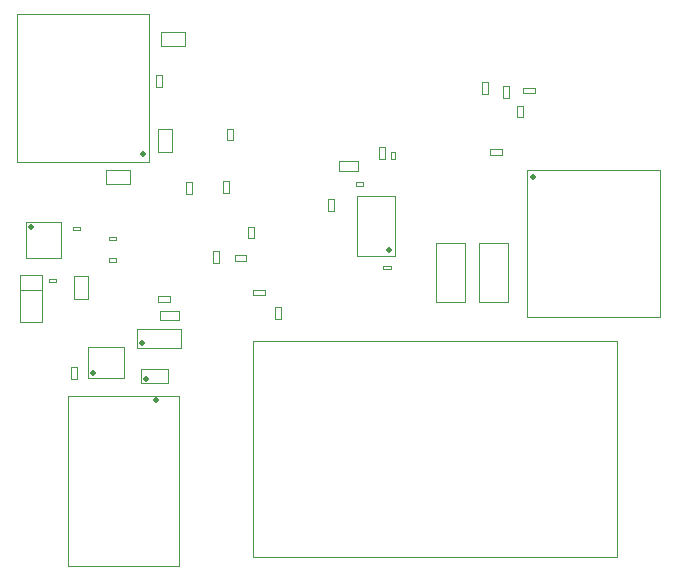
<source format=gm1>
G04 Layer_Color=16711935*
%FSLAX43Y43*%
%MOMM*%
G71*
G01*
G75*
%ADD44C,0.500*%
%ADD46C,0.100*%
D44*
X43950Y32675D02*
D03*
X10925Y34650D02*
D03*
X31750Y26550D02*
D03*
X1400Y28450D02*
D03*
X10875Y18625D02*
D03*
X6650Y16100D02*
D03*
X11175Y15625D02*
D03*
X12000Y13800D02*
D03*
D46*
X41875Y39375D02*
Y40375D01*
X41375Y39375D02*
Y40375D01*
X41875D01*
X41375Y39375D02*
X41875D01*
X43075Y39775D02*
X44075D01*
X43075Y40275D02*
X44075D01*
Y39775D02*
Y40275D01*
X43075Y39775D02*
Y40275D01*
X39625Y39750D02*
Y40750D01*
X40125Y39750D02*
Y40750D01*
X39625Y39750D02*
X40125D01*
X39625Y40750D02*
X40125D01*
X43075Y37750D02*
Y38750D01*
X42575Y37750D02*
Y38750D01*
X43075D01*
X42575Y37750D02*
X43075D01*
X40325Y35075D02*
X41325D01*
X40325Y34575D02*
X41325D01*
X40325D02*
Y35075D01*
X41325Y34575D02*
Y35075D01*
X39350Y22125D02*
X41850D01*
Y27125D01*
X39350D02*
X41850D01*
X39350Y22125D02*
Y27125D01*
X35700Y22150D02*
X38200D01*
Y27150D01*
X35700D02*
X38200D01*
X35700Y22150D02*
Y27150D01*
X54650Y20825D02*
Y33325D01*
X43450Y20825D02*
Y33325D01*
Y20825D02*
X54650D01*
X43450Y33325D02*
X54650D01*
X12000Y40300D02*
Y41300D01*
X12500Y40300D02*
Y41300D01*
X12000Y40300D02*
X12500D01*
X12000Y41300D02*
X12500D01*
X12150Y36774D02*
X13350D01*
X12150Y34775D02*
X13350D01*
Y36774D01*
X12150Y34775D02*
Y36774D01*
X7801Y32100D02*
Y33300D01*
X9800Y32100D02*
Y33300D01*
X7801D02*
X9800D01*
X7801Y32100D02*
X9800D01*
X225Y34000D02*
Y46500D01*
X11425Y34000D02*
Y46500D01*
X225D02*
X11425D01*
X225Y34000D02*
X11425D01*
X31950Y34200D02*
Y34800D01*
X32250Y34200D02*
Y34800D01*
X31950Y34200D02*
X32250D01*
X31950Y34800D02*
X32250D01*
X31425Y34225D02*
Y35225D01*
X30925Y34225D02*
Y35225D01*
X31425D01*
X30925Y34225D02*
X31425D01*
X27525Y34050D02*
X29125D01*
X27525Y33250D02*
X29125D01*
X27525D02*
Y34050D01*
X29125Y33250D02*
Y34050D01*
X28975Y32250D02*
X29575D01*
X28975Y31950D02*
X29575D01*
X28975D02*
Y32250D01*
X29575Y31950D02*
Y32250D01*
X29063Y26050D02*
X32237D01*
Y31050D01*
X29063D02*
X32237D01*
X29063Y26050D02*
Y31050D01*
X31275Y25175D02*
X31875D01*
X31275Y24875D02*
X31875D01*
X31275D02*
Y25175D01*
X31875Y24875D02*
Y25175D01*
X15100Y31300D02*
Y32300D01*
X14600Y31300D02*
Y32300D01*
X15100D01*
X14600Y31300D02*
X15100D01*
X26575Y29850D02*
Y30850D01*
X27075Y29850D02*
Y30850D01*
X26575Y29850D02*
X27075D01*
X26575Y30850D02*
X27075D01*
X18500Y35800D02*
Y36800D01*
X18000Y35800D02*
Y36800D01*
X18500D01*
X18000Y35800D02*
X18500D01*
X18175Y31375D02*
Y32375D01*
X17675Y31375D02*
Y32375D01*
X18175D01*
X17675Y31375D02*
X18175D01*
X16875Y25400D02*
Y26400D01*
X17375Y25400D02*
Y26400D01*
X16875Y25400D02*
X17375D01*
X16875Y26400D02*
X17375D01*
X18675Y26125D02*
X19675D01*
X18675Y25625D02*
X19675D01*
X18675D02*
Y26125D01*
X19675Y25625D02*
Y26125D01*
X20225Y22675D02*
X21225D01*
X20225Y23175D02*
X21225D01*
Y22675D02*
Y23175D01*
X20225Y22675D02*
Y23175D01*
X22100Y20675D02*
Y21675D01*
X22600Y20675D02*
Y21675D01*
X22100Y20675D02*
X22600D01*
X22100Y21675D02*
X22600D01*
X19800Y27500D02*
Y28500D01*
X20300Y27500D02*
Y28500D01*
X19800Y27500D02*
X20300D01*
X19800Y28500D02*
X20300D01*
X20255Y543D02*
Y18843D01*
X51065D01*
Y543D02*
Y18843D01*
X20255Y543D02*
X51065D01*
X5000Y28175D02*
X5600D01*
X5000Y28475D02*
X5600D01*
Y28175D02*
Y28475D01*
X5000Y28175D02*
Y28475D01*
X1000Y25850D02*
Y28850D01*
Y25850D02*
X4000D01*
Y28850D01*
X1000D02*
X4000D01*
X8050Y25525D02*
X8650D01*
X8050Y25825D02*
X8650D01*
Y25525D02*
Y25825D01*
X8050Y25525D02*
Y25825D01*
Y27350D02*
X8650D01*
X8050Y27650D02*
X8650D01*
Y27350D02*
Y27650D01*
X8050Y27350D02*
Y27650D01*
X5100Y24349D02*
X6300D01*
X5100Y22350D02*
X6300D01*
Y24349D01*
X5100Y22350D02*
Y24349D01*
X2975Y24100D02*
X3575D01*
X2975Y23800D02*
X3575D01*
X2975D02*
Y24100D01*
X3575Y23800D02*
Y24100D01*
X475Y20400D02*
Y24400D01*
X475Y24400D01*
X2375D01*
X2375Y24400D01*
Y20400D02*
Y24400D01*
X475Y20400D02*
X2375D01*
X475Y23100D02*
X2375D01*
X12225Y22625D02*
X13225D01*
X12225Y22125D02*
X13225D01*
X12225D02*
Y22625D01*
X13225Y22125D02*
Y22625D01*
X12350Y20575D02*
Y21375D01*
X13950Y20575D02*
Y21375D01*
X12350D02*
X13950D01*
X12350Y20575D02*
X13950D01*
X14124Y18225D02*
Y19825D01*
X10426D02*
X14124D01*
X10426Y18225D02*
Y19825D01*
Y18225D02*
X14124D01*
X6230Y15680D02*
Y18320D01*
X9270D01*
Y15680D02*
Y18320D01*
X6230Y15680D02*
X9270D01*
X5350Y15600D02*
Y16600D01*
X4850Y15600D02*
Y16600D01*
X5350D01*
X4850Y15600D02*
X5350D01*
X10725Y16425D02*
X13025D01*
Y15225D02*
Y16425D01*
X10725Y15225D02*
X13025D01*
X10725D02*
Y16425D01*
X4600Y-200D02*
Y14200D01*
X14000Y-200D02*
Y14200D01*
X4600Y-200D02*
X14000D01*
X4600Y14200D02*
X14000D01*
X14474Y43750D02*
Y44950D01*
X12475Y43750D02*
Y44950D01*
Y43750D02*
X14474D01*
X12475Y44950D02*
X14474D01*
M02*

</source>
